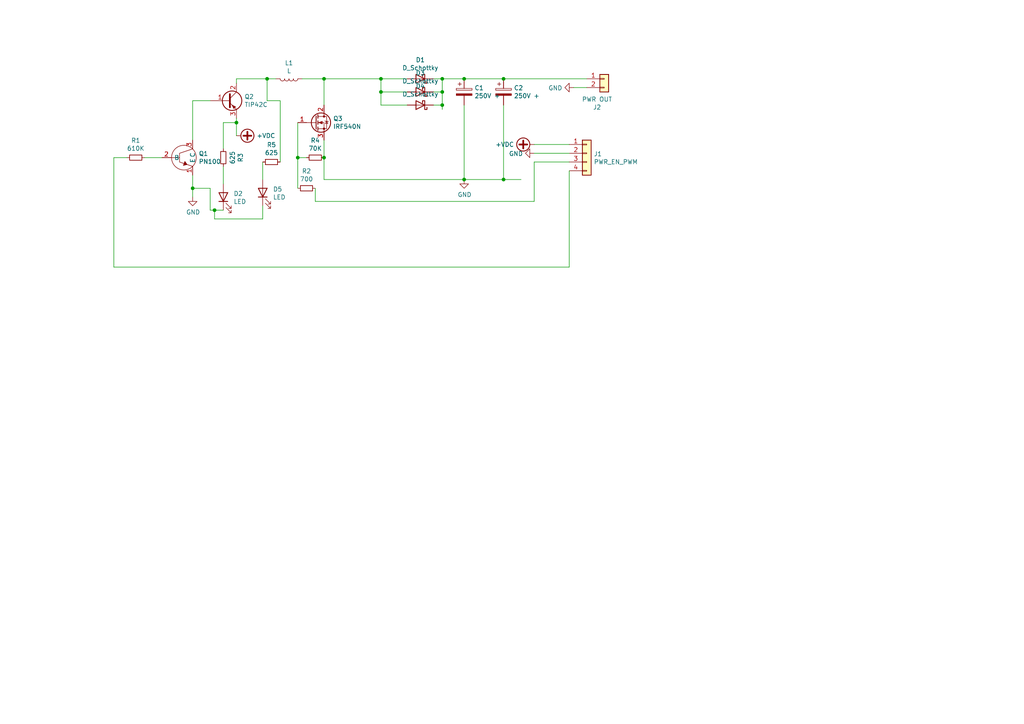
<source format=kicad_sch>
(kicad_sch (version 20211123) (generator eeschema)
  (paper "A4")
  (lib_symbols
    (symbol "Connector_Generic:Conn_01x02" (pin_names (offset 1.016) hide)
      (property "Reference" "J" (at 0 2.54 0))
      (property "Value" "Conn_01x02" (at 0 -5.08 0))
      (symbol "Conn_01x02_1_1"
        (rectangle (start -1.27 -2.413) (end 0 -2.667) (stroke (width 0.1524)))
        (rectangle (start -1.27 0.127) (end 0 -0.127) (stroke (width 0.1524)))
        (rectangle (start -1.27 1.27) (end 1.27 -3.81) (stroke (width 0.254)) (fill (type background)))
        (pin passive line (at -5.08 0 0) (length 3.81) (name "Pin_1") (number "1"))
        (pin passive line (at -5.08 -2.54 0) (length 3.81) (name "Pin_2") (number "2"))
      )
    )
    (symbol "Connector_Generic:Conn_01x04" (pin_names (offset 1.016) hide)
      (property "Reference" "J" (at 0 5.08 0))
      (property "Value" "Conn_01x04" (at 0 -7.62 0))
      (symbol "Conn_01x04_1_1"
        (rectangle (start -1.27 -4.953) (end 0 -5.207) (stroke (width 0.1524)))
        (rectangle (start -1.27 -2.413) (end 0 -2.667) (stroke (width 0.1524)))
        (rectangle (start -1.27 0.127) (end 0 -0.127) (stroke (width 0.1524)))
        (rectangle (start -1.27 2.667) (end 0 2.413) (stroke (width 0.1524)))
        (rectangle (start -1.27 3.81) (end 1.27 -6.35) (stroke (width 0.254)) (fill (type background)))
        (pin passive line (at -5.08 2.54 0) (length 3.81) (name "Pin_1") (number "1"))
        (pin passive line (at -5.08 0 0) (length 3.81) (name "Pin_2") (number "2"))
        (pin passive line (at -5.08 -2.54 0) (length 3.81) (name "Pin_3") (number "3"))
        (pin passive line (at -5.08 -5.08 0) (length 3.81) (name "Pin_4") (number "4"))
      )
    )
    (symbol "Device:CP" (pin_numbers hide) (pin_names (offset 0.254))
      (property "Reference" "C" (at 0.635 2.54 0))
      (property "Value" "Device_CP" (at 0.635 -2.54 0))
      (symbol "CP_0_1"
        (rectangle (start -2.286 0.508) (end 2.286 1.016))
        (polyline (pts (xy -1.778 2.286) (xy -0.762 2.286)))
        (polyline (pts (xy -1.27 2.794) (xy -1.27 1.778)))
        (rectangle (start 2.286 -0.508) (end -2.286 -1.016) (fill (type outline)))
      )
      (symbol "CP_1_1"
        (pin passive line (at 0 3.81 270) (length 2.794) (name "~") (number "1"))
        (pin passive line (at 0 -3.81 90) (length 2.794) (name "~") (number "2"))
      )
    )
    (symbol "Device:D_Schottky" (pin_numbers hide) (pin_names (offset 1.016) hide)
      (property "Reference" "D" (at 0 2.54 0))
      (property "Value" "D_Schottky" (at 0 -2.54 0))
      (symbol "D_Schottky_0_1"
        (polyline (pts (xy 1.27 0) (xy -1.27 0)))
        (polyline (pts (xy 1.27 1.27) (xy 1.27 -1.27) (xy -1.27 0) (xy 1.27 1.27)) (stroke (width 0.254)))
        (polyline (pts (xy -1.905 0.635) (xy -1.905 1.27) (xy -1.27 1.27) (xy -1.27 -1.27) (xy -0.635 -1.27) (xy -0.635 -0.635)) (stroke (width 0.254)))
      )
      (symbol "D_Schottky_1_1"
        (pin passive line (at -3.81 0 0) (length 2.54) (name "K") (number "1"))
        (pin passive line (at 3.81 0 180) (length 2.54) (name "A") (number "2"))
      )
    )
    (symbol "Device:L" (pin_numbers hide) (pin_names (offset 1.016) hide)
      (property "Reference" "L" (at -1.27 0 90))
      (property "Value" "L" (at 1.905 0 90))
      (symbol "L_0_1"
        (arc (start 0 -2.54) (mid 0.635 -1.905) (end 0 -1.27))
        (arc (start 0 -1.27) (mid 0.635 -0.635) (end 0 0))
        (arc (start 0 0) (mid 0.635 0.635) (end 0 1.27))
        (arc (start 0 1.27) (mid 0.635 1.905) (end 0 2.54))
      )
      (symbol "L_1_1"
        (pin passive line (at 0 3.81 270) (length 1.27) (name "1") (number "1"))
        (pin passive line (at 0 -3.81 90) (length 1.27) (name "2") (number "2"))
      )
    )
    (symbol "Device:LED" (pin_numbers hide) (pin_names (offset 1.016) hide)
      (property "Reference" "D" (at 0 2.54 0))
      (property "Value" "LED" (at 0 -2.54 0))
      (symbol "LED_0_1"
        (polyline (pts (xy -1.27 -1.27) (xy -1.27 1.27)) (stroke (width 0.254)))
        (polyline (pts (xy -1.27 0) (xy 1.27 0)))
        (polyline (pts (xy 1.27 -1.27) (xy 1.27 1.27) (xy -1.27 0) (xy 1.27 -1.27)) (stroke (width 0.254)))
        (polyline (pts (xy -3.048 -0.762) (xy -4.572 -2.286) (xy -3.81 -2.286) (xy -4.572 -2.286) (xy -4.572 -1.524)))
        (polyline (pts (xy -1.778 -0.762) (xy -3.302 -2.286) (xy -2.54 -2.286) (xy -3.302 -2.286) (xy -3.302 -1.524)))
      )
      (symbol "LED_1_1"
        (pin passive line (at -3.81 0 0) (length 2.54) (name "K") (number "1"))
        (pin passive line (at 3.81 0 180) (length 2.54) (name "A") (number "2"))
      )
    )
    (symbol "Device:R_Small" (pin_numbers hide) (pin_names (offset 0.254) hide)
      (property "Reference" "R" (at 0.762 0.508 0))
      (property "Value" "R_Small" (at 0.762 -1.016 0))
      (symbol "R_Small_0_1"
        (rectangle (start -0.762 1.778) (end 0.762 -1.778) (stroke (width 0.2032)))
      )
      (symbol "R_Small_1_1"
        (pin passive line (at 0 2.54 270) (length 0.762) (name "~") (number "1"))
        (pin passive line (at 0 -2.54 90) (length 0.762) (name "~") (number "2"))
      )
    )
    (symbol "KPZ:PN100" (pin_names (offset 1.016))
      (property "Reference" "Q" (at -6.35 7.62 0))
      (property "Value" "KPZ_PN100" (at -3.81 5.08 0))
      (symbol "PN100_0_1"
        (polyline (pts (xy -1.27 0) (xy -3.81 0)))
        (polyline (pts (xy -0.1524 -2.286) (xy 0.2794 -1.0922) (xy 0.9144 -2.0066) (xy -0.1778 -2.2606)) (fill (type outline)))
        (polyline (pts (xy 2.54 2.54) (xy -1.27 1.27) (xy -1.27 -1.27) (xy 2.54 -2.54)))
        (circle (center 0 0) (radius 3.5814))
      )
      (symbol "PN100_1_1"
        (pin power_out line (at 2.54 -5.08 90) (length 2.54) (name "E") (number "1"))
        (pin input line (at -6.35 0 0) (length 2.54) (name "B") (number "2"))
        (pin power_in line (at 2.54 5.08 270) (length 2.54) (name "C") (number "3"))
      )
    )
    (symbol "Transistor_BJT:TIP42C" (pin_names (offset 0) hide)
      (property "Reference" "Q" (at 6.35 1.905 0))
      (property "Value" "TIP42C" (at 6.35 0 0))
      (symbol "TIP42C_0_1"
        (polyline (pts (xy 0.635 0.635) (xy 2.54 2.54)))
        (polyline (pts (xy 0.635 -0.635) (xy 2.54 -2.54) (xy 2.54 -2.54)))
        (polyline (pts (xy 0.635 1.905) (xy 0.635 -1.905) (xy 0.635 -1.905)) (stroke (width 0.508)))
        (polyline (pts (xy 2.286 -1.778) (xy 1.778 -2.286) (xy 1.27 -1.27) (xy 2.286 -1.778) (xy 2.286 -1.778)) (fill (type outline)))
        (circle (center 1.27 0) (radius 2.8194) (stroke (width 0.254)))
      )
      (symbol "TIP42C_1_1"
        (pin input line (at -5.08 0 0) (length 5.715) (name "B") (number "1"))
        (pin passive line (at 2.54 5.08 270) (length 2.54) (name "C") (number "2"))
        (pin passive line (at 2.54 -5.08 90) (length 2.54) (name "E") (number "3"))
      )
    )
    (symbol "Transistor_FET:IRF540N" (pin_names hide)
      (property "Reference" "Q" (at 6.35 1.905 0))
      (property "Value" "IRF540N" (at 6.35 0 0))
      (symbol "IRF540N_0_1"
        (polyline (pts (xy 0.254 0) (xy -2.54 0)))
        (polyline (pts (xy 0.254 1.905) (xy 0.254 -1.905)) (stroke (width 0.254)))
        (polyline (pts (xy 0.762 -1.27) (xy 0.762 -2.286)) (stroke (width 0.254)))
        (polyline (pts (xy 0.762 0.508) (xy 0.762 -0.508)) (stroke (width 0.254)))
        (polyline (pts (xy 0.762 2.286) (xy 0.762 1.27)) (stroke (width 0.254)))
        (polyline (pts (xy 2.54 2.54) (xy 2.54 1.778)))
        (polyline (pts (xy 2.54 -2.54) (xy 2.54 0) (xy 0.762 0)))
        (polyline (pts (xy 0.762 -1.778) (xy 3.302 -1.778) (xy 3.302 1.778) (xy 0.762 1.778)))
        (polyline (pts (xy 1.016 0) (xy 2.032 0.381) (xy 2.032 -0.381) (xy 1.016 0)) (fill (type outline)))
        (polyline (pts (xy 2.794 0.508) (xy 2.921 0.381) (xy 3.683 0.381) (xy 3.81 0.254)))
        (polyline (pts (xy 3.302 0.381) (xy 2.921 -0.254) (xy 3.683 -0.254) (xy 3.302 0.381)))
        (circle (center 1.651 0) (radius 2.794) (stroke (width 0.254)))
        (circle (center 2.54 -1.778) (radius 0.254) (fill (type outline)))
        (circle (center 2.54 1.778) (radius 0.254) (fill (type outline)))
      )
      (symbol "IRF540N_1_1"
        (pin input line (at -5.08 0 0) (length 2.54) (name "G") (number "1"))
        (pin passive line (at 2.54 5.08 270) (length 2.54) (name "D") (number "2"))
        (pin passive line (at 2.54 -5.08 90) (length 2.54) (name "S") (number "3"))
      )
    )
    (symbol "power:+VDC" (power) (pin_names (offset 0))
      (property "Value" "+VDC" (at 0 6.35 0))
      (symbol "+VDC_0_1"
        (polyline (pts (xy -1.143 3.175) (xy 1.143 3.175)) (stroke (width 0.508)))
        (polyline (pts (xy 0 0) (xy 0 1.27)))
        (polyline (pts (xy 0 2.032) (xy 0 4.318)) (stroke (width 0.508)))
        (circle (center 0 3.175) (radius 1.905) (stroke (width 0.254)))
      )
      (symbol "+VDC_1_1"
        (pin power_in line (at 0 0 90) (length 0) hide (name "+VDC") (number "1"))
      )
    )
    (symbol "power:GND" (power) (pin_names (offset 0))
      (property "Value" "GND" (at 0 -3.81 0))
      (symbol "GND_0_1"
        (polyline (pts (xy 0 0) (xy 0 -1.27) (xy 1.27 -1.27) (xy 0 -2.54) (xy -1.27 -1.27) (xy 0 -1.27)))
      )
      (symbol "GND_1_1"
        (pin power_in line (at 0 0 270) (length 0) hide (name "GND") (number "1"))
      )
    )
  )
  (junction (at 55.88 54.61))
  (junction (at 86.36 45.72))
  (junction (at 134.62 52.07))
  (junction (at 134.62 22.86))
  (junction (at 128.27 30.48))
  (junction (at 110.49 22.86))
  (junction (at 77.47 22.86))
  (junction (at 93.98 45.72))
  (junction (at 62.23 60.96))
  (junction (at 146.05 52.07))
  (junction (at 146.05 22.86))
  (junction (at 128.27 22.86))
  (junction (at 110.49 26.67))
  (junction (at 93.98 22.86))
  (junction (at 128.27 26.67))
  (junction (at 68.58 35.56))
  (wire (pts (xy 125.73 22.86) (xy 128.27 22.86)))
  (wire (pts (xy 93.98 45.72) (xy 93.98 40.64)))
  (wire (pts (xy 165.1 46.99) (xy 154.94 46.99)))
  (wire (pts (xy 62.23 60.96) (xy 64.77 60.96)))
  (wire (pts (xy 68.58 35.56) (xy 68.58 34.29)))
  (wire (pts (xy 64.77 48.26) (xy 64.77 53.34)))
  (wire (pts (xy 128.27 30.48) (xy 128.27 26.67)))
  (wire (pts (xy 165.1 77.47) (xy 165.1 49.53)))
  (wire (pts (xy 76.2 52.07) (xy 76.2 46.99)))
  (wire (pts (xy 88.9 45.72) (xy 86.36 45.72)))
  (wire (pts (xy 81.28 46.99) (xy 81.28 29.21)))
  (wire (pts (xy 128.27 31.75) (xy 128.27 30.48)))
  (wire (pts (xy 64.77 43.18) (xy 64.77 35.56)))
  (wire (pts (xy 134.62 22.86) (xy 146.05 22.86)))
  (wire (pts (xy 93.98 52.07) (xy 93.98 45.72)))
  (wire (pts (xy 60.96 29.21) (xy 55.88 29.21)))
  (wire (pts (xy 55.88 54.61) (xy 60.96 54.61)))
  (wire (pts (xy 87.63 22.86) (xy 93.98 22.86)))
  (wire (pts (xy 86.36 45.72) (xy 86.36 35.56)))
  (wire (pts (xy 166.37 25.4) (xy 170.18 25.4)))
  (wire (pts (xy 154.94 41.91) (xy 165.1 41.91)))
  (wire (pts (xy 60.96 60.96) (xy 62.23 60.96)))
  (wire (pts (xy 33.02 45.72) (xy 36.83 45.72)))
  (wire (pts (xy 154.94 46.99) (xy 154.94 58.42)))
  (wire (pts (xy 86.36 54.61) (xy 86.36 45.72)))
  (wire (pts (xy 93.98 52.07) (xy 134.62 52.07)))
  (wire (pts (xy 91.44 58.42) (xy 91.44 54.61)))
  (wire (pts (xy 62.23 63.5) (xy 76.2 63.5)))
  (wire (pts (xy 68.58 22.86) (xy 68.58 24.13)))
  (wire (pts (xy 154.94 44.45) (xy 165.1 44.45)))
  (wire (pts (xy 128.27 26.67) (xy 128.27 22.86)))
  (wire (pts (xy 62.23 60.96) (xy 62.23 63.5)))
  (wire (pts (xy 146.05 30.48) (xy 146.05 52.07)))
  (wire (pts (xy 151.13 52.07) (xy 146.05 52.07)))
  (wire (pts (xy 60.96 54.61) (xy 60.96 60.96)))
  (wire (pts (xy 77.47 22.86) (xy 68.58 22.86)))
  (wire (pts (xy 33.02 77.47) (xy 165.1 77.47)))
  (wire (pts (xy 93.98 22.86) (xy 110.49 22.86)))
  (wire (pts (xy 134.62 30.48) (xy 134.62 52.07)))
  (wire (pts (xy 55.88 29.21) (xy 55.88 40.64)))
  (wire (pts (xy 55.88 54.61) (xy 55.88 57.15)))
  (wire (pts (xy 128.27 22.86) (xy 134.62 22.86)))
  (wire (pts (xy 77.47 29.21) (xy 77.47 22.86)))
  (wire (pts (xy 146.05 52.07) (xy 134.62 52.07)))
  (wire (pts (xy 110.49 30.48) (xy 110.49 26.67)))
  (wire (pts (xy 64.77 35.56) (xy 68.58 35.56)))
  (wire (pts (xy 125.73 26.67) (xy 128.27 26.67)))
  (wire (pts (xy 125.73 30.48) (xy 128.27 30.48)))
  (wire (pts (xy 46.99 45.72) (xy 41.91 45.72)))
  (wire (pts (xy 68.58 39.37) (xy 68.58 35.56)))
  (wire (pts (xy 80.01 22.86) (xy 77.47 22.86)))
  (wire (pts (xy 55.88 50.8) (xy 55.88 54.61)))
  (wire (pts (xy 33.02 45.72) (xy 33.02 77.47)))
  (wire (pts (xy 81.28 29.21) (xy 77.47 29.21)))
  (wire (pts (xy 93.98 22.86) (xy 93.98 30.48)))
  (wire (pts (xy 76.2 63.5) (xy 76.2 59.69)))
  (wire (pts (xy 118.11 30.48) (xy 110.49 30.48)))
  (wire (pts (xy 118.11 26.67) (xy 110.49 26.67)))
  (wire (pts (xy 110.49 26.67) (xy 110.49 22.86)))
  (wire (pts (xy 110.49 22.86) (xy 118.11 22.86)))
  (wire (pts (xy 154.94 58.42) (xy 91.44 58.42)))
  (wire (pts (xy 146.05 22.86) (xy 170.18 22.86)))
  (symbol (lib_id "KPZ:PN100") (at 53.34 45.72 0) (unit 1)
    (property "Reference" "Q1" (at 57.6326 44.5516 0) (effects (justify left)))
    (property "Value" "PN100" (at 57.6326 46.863 0) (effects (justify left)))
    (property "Footprint" "KAPZ:TO-92_HandSolder_PN?00" (effects hide))
  )
  (symbol (lib_id "Transistor_BJT:TIP42C") (at 66.04 29.21 0) (unit 1)
    (property "Reference" "Q2" (at 70.8914 28.0416 0) (effects (justify left)))
    (property "Value" "TIP42C" (at 70.8914 30.353 0) (effects (justify left)))
    (property "Footprint" "Package_TO_SOT_THT:TO-220-3_Vertical" (effects hide))
    (property "Datasheet" "https://www.centralsemi.com/get_document.php?cmp=1&mergetype=pd&mergepath=pd&pdf_id=TIP42.PDF" (effects hide))
  )
  (symbol (lib_id "power:GND") (at 55.88 57.15 0) (unit 1)
    (property "Reference" "#PWR01" (effects hide))
    (property "Value" "GND" (at 56.007 61.5442 0))
  )
  (symbol (lib_id "power:+VDC") (at 68.58 39.37 270) (unit 1)
    (property "Reference" "#PWR02" (effects hide))
    (property "Value" "+VDC" (at 74.422 39.37 90) (effects (justify left)))
  )
  (symbol (lib_id "Device:R_Small") (at 39.37 45.72 270) (unit 1)
    (property "Reference" "R1" (at 39.37 40.7416 90))
    (property "Value" "610K" (at 39.37 43.053 90))
    (property "Footprint" "Resistor_THT:R_Axial_DIN0204_L3.6mm_D1.6mm_P7.62mm_Horizontal" (effects hide))
  )
  (symbol (lib_id "Device:L") (at 83.82 22.86 270) (unit 1)
    (property "Reference" "L1" (at 83.82 18.2626 90))
    (property "Value" "L" (at 83.82 20.574 90))
    (property "Footprint" "Inductor_THT:L_Toroid_Vertical_L35.1mm_W21.1mm_P18.50mm_Vishay_TJ6" (effects hide))
  )
  (symbol (lib_id "Device:D_Schottky") (at 121.92 22.86 180) (unit 1)
    (property "Reference" "D1" (at 121.92 17.3736 0))
    (property "Value" "D_Schottky" (at 121.92 19.685 0))
    (property "Footprint" "Diode_THT:D_DO-27_P12.70mm_Horizontal" (effects hide))
  )
  (symbol (lib_id "Device:CP") (at 134.62 26.67 0) (unit 1)
    (property "Reference" "C1" (at 137.6172 25.5016 0) (effects (justify left)))
    (property "Value" "250V +" (at 137.6172 27.813 0) (effects (justify left)))
    (property "Footprint" "Capacitor_THT:CP_Radial_D18.0mm_P7.50mm" (effects hide))
  )
  (symbol (lib_id "power:GND") (at 134.62 52.07 0) (unit 1)
    (property "Reference" "#PWR05" (effects hide))
    (property "Value" "GND" (at 134.747 56.4642 0))
  )
  (symbol (lib_id "Connector_Generic:Conn_01x02") (at 175.26 22.86 0) (unit 1)
    (property "Reference" "J2" (at 173.1772 31.115 0))
    (property "Value" "PWR OUT" (at 173.1772 28.8036 0))
    (property "Footprint" "Connector_PinHeader_2.54mm:PinHeader_1x02_P2.54mm_Vertical" (effects hide))
  )
  (symbol (lib_id "power:GND") (at 154.94 44.45 270) (unit 1)
    (property "Reference" "#PWR04" (effects hide))
    (property "Value" "GND" (at 151.6888 44.577 90) (effects (justify right)))
  )
  (symbol (lib_id "power:+VDC") (at 154.94 41.91 90) (unit 1)
    (property "Reference" "#PWR03" (effects hide))
    (property "Value" "+VDC" (at 149.098 41.91 90) (effects (justify left)))
  )
  (symbol (lib_id "Transistor_FET:IRF540N") (at 91.44 35.56 0) (unit 1)
    (property "Reference" "Q3" (at 96.6216 34.3916 0) (effects (justify left)))
    (property "Value" "IRF540N" (at 96.6216 36.703 0) (effects (justify left)))
    (property "Footprint" "Package_TO_SOT_THT:TO-220-3_Vertical" (effects hide))
    (property "Datasheet" "http://www.irf.com/product-info/datasheets/data/irf540n.pdf" (effects hide))
  )
  (symbol (lib_id "Device:R_Small") (at 88.9 54.61 270) (unit 1)
    (property "Reference" "R2" (at 88.9 49.6316 90))
    (property "Value" "700" (at 88.9 51.943 90))
    (property "Footprint" "Resistor_THT:R_Axial_DIN0204_L3.6mm_D1.6mm_P7.62mm_Horizontal" (effects hide))
  )
  (symbol (lib_id "Device:R_Small") (at 91.44 45.72 270) (unit 1)
    (property "Reference" "R4" (at 91.44 40.7416 90))
    (property "Value" "70K" (at 91.44 43.053 90))
    (property "Footprint" "Resistor_THT:R_Axial_DIN0204_L3.6mm_D1.6mm_P7.62mm_Horizontal" (effects hide))
  )
  (symbol (lib_id "Device:CP") (at 146.05 26.67 0) (unit 1)
    (property "Reference" "C2" (at 149.0472 25.5016 0) (effects (justify left)))
    (property "Value" "250V +" (at 149.0472 27.813 0) (effects (justify left)))
    (property "Footprint" "Capacitor_THT:CP_Radial_D18.0mm_P7.50mm" (effects hide))
  )
  (symbol (lib_id "Connector_Generic:Conn_01x04") (at 170.18 44.45 0) (unit 1)
    (property "Reference" "J1" (at 172.212 44.6532 0) (effects (justify left)))
    (property "Value" "PWR_EN_PWM" (at 172.212 46.9646 0) (effects (justify left)))
    (property "Footprint" "Connector_PinHeader_2.54mm:PinHeader_1x04_P2.54mm_Vertical" (effects hide))
  )
  (symbol (lib_id "Device:D_Schottky") (at 121.92 26.67 180) (unit 1)
    (property "Reference" "D3" (at 121.92 21.1836 0))
    (property "Value" "D_Schottky" (at 121.92 23.495 0))
    (property "Footprint" "Diode_THT:D_DO-27_P12.70mm_Horizontal" (effects hide))
  )
  (symbol (lib_id "Device:D_Schottky") (at 121.92 30.48 180) (unit 1)
    (property "Reference" "D4" (at 121.92 24.9936 0))
    (property "Value" "D_Schottky" (at 121.92 27.305 0))
    (property "Footprint" "Diode_THT:D_DO-27_P12.70mm_Horizontal" (effects hide))
  )
  (symbol (lib_id "Device:LED") (at 76.2 55.88 90) (unit 1)
    (property "Reference" "D5" (at 79.1718 54.8894 90) (effects (justify right)))
    (property "Value" "LED" (at 79.1718 57.2008 90) (effects (justify right)))
    (property "Footprint" "LED_THT:LED_D5.0mm" (effects hide))
  )
  (symbol (lib_id "Device:R_Small") (at 78.74 46.99 270) (unit 1)
    (property "Reference" "R5" (at 78.74 42.0116 90))
    (property "Value" "625" (at 78.74 44.323 90))
    (property "Footprint" "Resistor_THT:R_Axial_DIN0204_L3.6mm_D1.6mm_P7.62mm_Horizontal" (effects hide))
  )
  (symbol (lib_id "Device:LED") (at 64.77 57.15 90) (unit 1)
    (property "Reference" "D2" (at 67.7418 56.1594 90) (effects (justify right)))
    (property "Value" "LED" (at 67.7418 58.4708 90) (effects (justify right)))
    (property "Footprint" "LED_THT:LED_D5.0mm" (effects hide))
  )
  (symbol (lib_id "Device:R_Small") (at 64.77 45.72 180) (unit 1)
    (property "Reference" "R3" (at 69.7484 45.72 90))
    (property "Value" "625" (at 67.437 45.72 90))
    (property "Footprint" "Resistor_THT:R_Axial_DIN0204_L3.6mm_D1.6mm_P7.62mm_Horizontal" (effects hide))
  )
  (symbol (lib_id "power:GND") (at 166.37 25.4 270) (unit 1)
    (property "Reference" "#PWR06" (effects hide))
    (property "Value" "GND" (at 163.1188 25.527 90) (effects (justify right)))
  )
)
</source>
